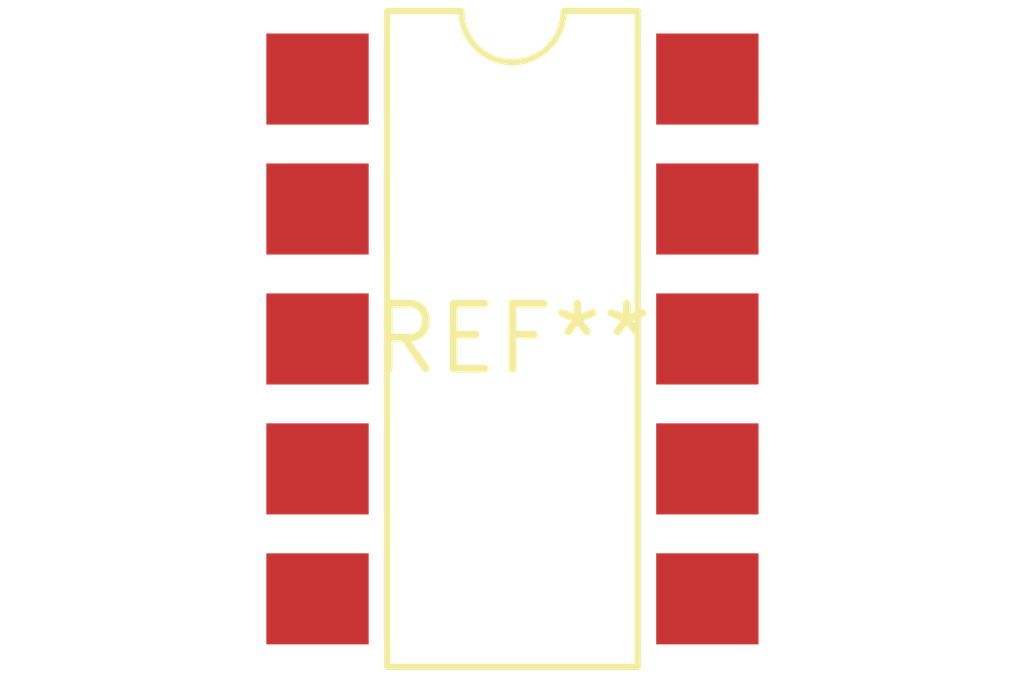
<source format=kicad_pcb>
(kicad_pcb (version 20240108) (generator pcbnew)
  (layers (0 "F.Cu" signal) (31 "B.Cu" signal) (34 "B.Paste" user) (35 "F.Paste" user) (36 "B.SilkS" user "B.Silkscreen") (37 "F.SilkS" user "F.Silkscreen") (38 "B.Mask" user) (39 "F.Mask" user) (44 "Edge.Cuts" user))
  (net 0 "")
  (footprint "SMDIP-10_W7.62mm" (layer "F.Cu") (at 0 0)
    (property "Reference" "REF**")
    (property "Value" "SMDIP-10_W7.62mm")
    (fp_line (start -2.45 -6.41) (end -2.45 6.41) (layer "F.SilkS") (stroke (width 0.12)))
    (fp_line (start -2.45 6.41) (end 2.45 6.41) (layer "F.SilkS") (stroke (width 0.12)))
    (fp_line (start -1 -6.41) (end -2.45 -6.41) (layer "F.SilkS") (stroke (width 0.12)))
    (fp_line (start 2.45 -6.41) (end 1 -6.41) (layer "F.SilkS") (stroke (width 0.12)))
    (fp_line (start 2.45 6.41) (end 2.45 -6.41) (layer "F.SilkS") (stroke (width 0.12)))
    (fp_arc (start 1 -6.41) (mid 0 -5.41) (end -1 -6.41) (layer "F.SilkS") (stroke (width 0.12)))
    (pad "1" smd rect (at -3.81 -5.08) (size 2 1.78) (layers "F.Cu" "F.Paste" "F.Mask"))
    (pad "2" smd rect (at -3.81 -2.54) (size 2 1.78) (layers "F.Cu" "F.Paste" "F.Mask"))
    (pad "3" smd rect (at -3.81 0) (size 2 1.78) (layers "F.Cu" "F.Paste" "F.Mask"))
    (pad "4" smd rect (at -3.81 2.54) (size 2 1.78) (layers "F.Cu" "F.Paste" "F.Mask"))
    (pad "5" smd rect (at -3.81 5.08) (size 2 1.78) (layers "F.Cu" "F.Paste" "F.Mask"))
    (pad "6" smd rect (at 3.81 5.08) (size 2 1.78) (layers "F.Cu" "F.Paste" "F.Mask"))
    (pad "7" smd rect (at 3.81 2.54) (size 2 1.78) (layers "F.Cu" "F.Paste" "F.Mask"))
    (pad "8" smd rect (at 3.81 0) (size 2 1.78) (layers "F.Cu" "F.Paste" "F.Mask"))
    (pad "9" smd rect (at 3.81 -2.54) (size 2 1.78) (layers "F.Cu" "F.Paste" "F.Mask"))
    (pad "10" smd rect (at 3.81 -5.08) (size 2 1.78) (layers "F.Cu" "F.Paste" "F.Mask"))
  )
)
</source>
